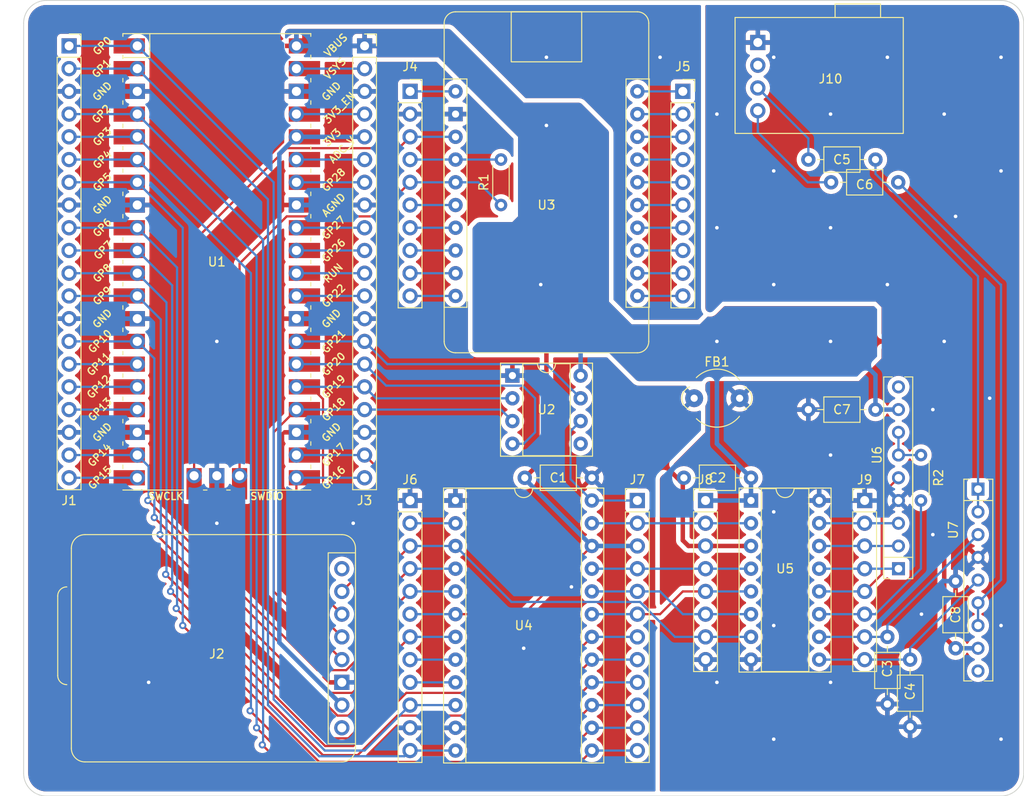
<source format=kicad_pcb>
(kicad_pcb (version 20221018) (generator pcbnew)
  (layers (0 "F.Cu" signal) (31 "B.Cu" signal) (34 "B.Paste" user) (35 "F.Paste" user) (36 "B.SilkS" user "B.Silkscreen") (37 "F.SilkS" user "F.Silkscreen") (38 "B.Mask" user) (39 "F.Mask" user) (44 "Edge.Cuts" user))
  (net 0 "")
  (net 1 "GNDD")
  (net 2 "YM ~{RD}")
  (net 3 "/YM_Output/CH-2")
  (net 4 "GNDA")
  (net 5 "/YM_Output/CH-1")
  (net 6 "/YM_Output/OUT-R")
  (net 7 "/YM_Output/OUT-L")
  (net 8 "D0")
  (net 9 "D1")
  (net 10 "D2")
  (net 11 "D3")
  (net 12 "D4")
  (net 13 "D5")
  (net 14 "D6")
  (net 15 "D7")
  (net 16 "YM ~{CS}")
  (net 17 "YM ~{WR}")
  (net 18 "YM A0")
  (net 19 "Net-(J1-Pad15)")
  (net 20 "Net-(J1-Pad16)")
  (net 21 "Net-(J1-Pad17)")
  (net 22 "~{ICL}")
  (net 23 "/LTC OE")
  (net 25 "/SD ~{CS}")
  (net 26 "/SPI0 MOSI")
  (net 27 "/SPI0 MISO")
  (net 28 "/SPI0 SCK")
  (net 29 "+3V3")
  (net 31 "Net-(J3-Pad2)")
  (net 32 "Net-(J3-Pad4)")
  (net 33 "Net-(J3-Pad6)")
  (net 34 "Net-(J3-Pad7)")
  (net 35 "Net-(J3-Pad9)")
  (net 36 "Net-(J3-Pad10)")
  (net 37 "Net-(J3-Pad11)")
  (net 38 "Net-(J3-Pad12)")
  (net 39 "/LTC ~{CS}")
  (net 40 "Net-(J4-Pad1)")
  (net 41 "/SWCLK")
  (net 42 "Net-(J4-Pad4)")
  (net 43 "/SWDIO")
  (net 44 "Net-(J4-Pad6)")
  (net 45 "Net-(J4-Pad7)")
  (net 46 "Net-(J4-Pad8)")
  (net 47 "Net-(J4-Pad9)")
  (net 48 "Net-(J4-Pad10)")
  (net 49 "Net-(J5-Pad1)")
  (net 50 "Net-(J5-Pad2)")
  (net 51 "Net-(J5-Pad3)")
  (net 52 "Net-(J5-Pad4)")
  (net 53 "Net-(J5-Pad5)")
  (net 54 "Net-(J5-Pad6)")
  (net 55 "Net-(J5-Pad7)")
  (net 56 "Net-(J5-Pad8)")
  (net 57 "Net-(J5-Pad9)")
  (net 58 "Net-(J5-Pad10)")
  (net 59 "/YM_Output/~{IRQ}")
  (net 60 "/YM_Output/CT1")
  (net 61 "/YM_Output/CT2")
  (net 62 "2151CLK")
  (net 63 "/YM_Output/3012CLK")
  (net 64 "/YM_Output/SO")
  (net 65 "/YM_Output/SH1")
  (net 66 "/YM_Output/SH2")
  (net 67 "/YM_Output/R_{B}")
  (net 68 "/YM_Output/BC")
  (net 69 "/YM_Output/MP")
  (net 70 "/YM_Output/ToBUFF")
  (net 71 "/YM_Output/COM")
  (net 73 "Net-(R2-Pad2)")
  (net 75 "/YM_Output/R-OUT_{AMP}")
  (net 76 "/YM_Output/L-OUT_{AMP}")
  (net 77 "Net-(J1-Pad20)")
  (footprint "Package_SIP:SIP-9_22.3x3mm_P2.54mm" (layer "F.Cu") (at 206.98 92.71 -90)
    (fp_text reference "U7")
    (fp_text value "NJM4556A")
  )
  (footprint "Connector_PinHeader_2.54mm:PinHeader_1x08_P2.54mm_Vertical" (layer "F.Cu") (at 194.31 93.98)
    (fp_text reference "J9")
    (fp_text value "Conn_01x08_Female")
  )
  (footprint "Package_DIP:DIP-24_W15.24mm_Socket" (layer "F.Cu") (at 148.585 93.98)
    (fp_text reference "U4")
    (fp_text value "YM2151")
  )
  (footprint "Capacitor_THT:C_Axial_L3.8mm_D2.6mm_P7.50mm_Horizontal" (layer "F.Cu") (at 181.61 91.44 180)
    (fp_text reference "C2")
    (fp_text value "100nF")
  )
  (footprint "Ferrite_THT:LairdTech_28C0236-0JW-10" (layer "F.Cu") (at 175.26 82.55)
    (fp_text reference "FB1")
    (fp_text value "220Ω at 100MHz")
  )
  (footprint "Connector_PinHeader_2.54mm:PinHeader_1x12_P2.54mm_Vertical" (layer "F.Cu") (at 168.91 93.98)
    (fp_text reference "J7")
    (fp_text value "Conn_01x12_Female")
  )
  (footprint "Resistor_THT:R_Axial_DIN0204_L3.6mm_D1.6mm_P5.08mm_Horizontal" (layer "F.Cu") (at 200.6 93.98 90)
    (fp_text reference "R2")
    (fp_text value "100")
  )
  (footprint "YM Libraries:AudioJack4" (layer "F.Cu") (at 182.372 42.799)
    (fp_text reference "J10")
    (fp_text value "AudioJack4")
  )
  (footprint "Resistor_THT:R_Axial_DIN0204_L3.6mm_D1.6mm_P5.08mm_Horizontal" (layer "F.Cu") (at 153.67 60.96 90)
    (fp_text reference "R1")
    (fp_text value "1k")
  )
  (footprint "YM Libraries:Adafruit_FT232H_Breakout" (layer "F.Cu") (at 148.595 48.26)
    (fp_text reference "U3")
    (fp_text value "FT232H_Breakout")
  )
  (footprint "Package_DIP:DIP-8_W7.62mm_Socket" (layer "F.Cu") (at 154.95 80.02)
    (fp_text reference "U2")
    (fp_text value "LTC6903")
  )
  (footprint "MCU_RaspberryPi_and_Boards:RPi_Pico_SMD_TH" (layer "F.Cu") (at 121.92 67.31)
    (fp_text reference "U1")
    (fp_text value "Pico")
  )
  (footprint "Connector_PinSocket_2.54mm:PinSocket_1x10_P2.54mm_Vertical" (layer "F.Cu") (at 143.515 48.26)
    (fp_text reference "J4")
    (fp_text value "Conn_01x10_Female")
  )
  (footprint "Package_SIP:SIP-9_22.3x3mm_P2.54mm" (layer "F.Cu") (at 198.09 101.6 90)
    (fp_text reference "U6")
    (fp_text value "NJM4556A")
  )
  (footprint "Capacitor_THT:C_Axial_L3.8mm_D2.6mm_P7.50mm_Horizontal" (layer "F.Cu") (at 196.85 109.22 -90)
    (fp_text reference "C3")
    (fp_text value "3300pF")
  )
  (footprint "Connector_PinSocket_2.54mm:PinSocket_1x20_P2.54mm_Vertical" (layer "F.Cu") (at 138.43 43.18)
    (fp_text reference "J3")
    (fp_text value "Conn_01x20_Female")
  )
  (footprint "Capacitor_THT:C_Axial_L3.8mm_D2.6mm_P7.50mm_Horizontal" (layer "F.Cu") (at 204.47 110.49 90)
    (fp_text reference "C8")
    (fp_text value "100nF")
  )
  (footprint "Capacitor_THT:C_Axial_L3.8mm_D2.6mm_P7.50mm_Horizontal" (layer "F.Cu") (at 163.83 91.44 180)
    (fp_text reference "C1")
    (fp_text value "100nF")
  )
  (footprint "Package_DIP:DIP-16_W7.62mm_Socket" (layer "F.Cu") (at 181.61 93.98)
    (fp_text reference "U5")
    (fp_text value "YM3012")
  )
  (footprint "Capacitor_THT:C_Axial_L3.8mm_D2.6mm_P7.50mm_Horizontal" (layer "F.Cu") (at 198.06 58.42 180)
    (fp_text reference "C6")
    (fp_text value "C")
  )
  (footprint "Capacitor_THT:C_Axial_L3.8mm_D2.6mm_P7.50mm_Horizontal" (layer "F.Cu") (at 195.52 83.82 180)
    (fp_text reference "C7")
    (fp_text value "100nF")
  )
  (footprint "Connector_PinSocket_2.54mm:PinSocket_1x10_P2.54mm_Vertical" (layer "F.Cu") (at 173.995 48.26)
    (fp_text reference "J5")
    (fp_text value "Conn_01x10_Female")
  )
  (footprint "Capacitor_THT:C_Axial_L3.8mm_D2.6mm_P7.50mm_Horizontal" (layer "F.Cu") (at 199.39 111.76 -90)
    (fp_text reference "C4")
    (fp_text value "3300pF")
  )
  (footprint "Connector_PinHeader_2.54mm:PinHeader_1x12_P2.54mm_Vertical" (layer "F.Cu") (at 143.51 93.98)
    (fp_text reference "J6")
    (fp_text value "Conn_01x12_Female")
  )
  (footprint "Connector_PinHeader_2.54mm:PinHeader_1x08_P2.54mm_Vertical" (layer "F.Cu") (at 176.53 93.98)
    (fp_text reference "J8")
    (fp_text value "Conn_01x08_Female")
  )
  (footprint "YM Libraries:Adafruit_Micro-SD_Card_Breakout" (layer "F.Cu") (at 135.89 101.6)
    (fp_text reference "J2")
    (fp_text value "Micro_SD_Card_Breakout")
  )
  (footprint "Capacitor_THT:C_Axial_L3.8mm_D2.6mm_P7.50mm_Horizontal" (layer "F.Cu") (at 195.52 55.88 180)
    (fp_text reference "C5")
    (fp_text value "C")
  )
  (footprint "Connector_PinSocket_2.54mm:PinSocket_1x20_P2.54mm_Vertical" (layer "F.Cu") (at 105.41 43.18)
    (fp_text reference "J1")
    (fp_text value "Conn_01x20_Female")
  )
  (gr_arc (start 102.87 127) (mid 101.073949 126.256051) (end 100.33 124.46) (stroke (width 0.1)) (layer "Edge.Cuts"))
  (gr_line (start 212.09 40.64) (end 212.09 124.46) (stroke (width 0.1)) (layer "Edge.Cuts"))
  (gr_line (start 102.87 38.1) (end 209.55 38.1) (stroke (width 0.1)) (layer "Edge.Cuts"))
  (gr_arc (start 212.09 124.46) (mid 211.346051 126.256051) (end 209.55 127) (stroke (width 0.1)) (layer "Edge.Cuts"))
  (gr_arc (start 100.33 40.64) (mid 101.073949 38.843949) (end 102.87 38.1) (stroke (width 0.1)) (layer "Edge.Cuts"))
  (gr_arc (start 209.55 38.1) (mid 211.346051 38.843949) (end 212.09 40.64) (stroke (width 0.1)) (layer "Edge.Cuts"))
  (gr_line (start 209.55 127) (end 102.87 127) (stroke (width 0.1)) (layer "Edge.Cuts"))
  (gr_line (start 100.33 124.46) (end 100.33 40.64) (stroke (width 0.1)) (layer "Edge.Cuts"))
  (segment (start 172.085 90.17) (end 173.99 92.075) (width 0.5) (layer "F.Cu") (net 1))
  (segment (start 174.625 99.06) (end 176.53 99.06) (width 0.5) (layer "F.Cu") (net 1))
  (segment (start 176.53 99.06) (end 181.61 99.06) (width 0.5) (layer "F.Cu") (net 1))
  (segment (start 165.1 90.17) (end 172.085 90.17) (width 0.5) (layer "F.Cu") (net 1))
  (segment (start 173.99 98.425) (end 174.625 99.06) (width 0.5) (layer "F.Cu") (net 1))
  (segment (start 173.99 92.075) (end 173.99 98.425) (width 0.5) (layer "F.Cu") (net 1))
  (segment (start 163.83 91.44) (end 165.1 90.17) (width 0.5) (layer "F.Cu") (net 1))
  (via (at 121.92 96.52) (size 0.8) (drill 0.4) (layers "F.Cu" "B.Cu") (net 1))
  (via (at 137.16 96.52) (size 0.8) (drill 0.4) (layers "F.Cu" "B.Cu") (net 1))
  (via (at 161.544 103.632) (size 0.8) (drill 0.4) (layers "F.Cu" "B.Cu") (net 1))
  (via (at 158.75 44.45) (size 0.8) (drill 0.4) (layers "F.Cu" "B.Cu") (net 1))
  (via (at 156.21 110.49) (size 0.8) (drill 0.4) (layers "F.Cu" "B.Cu") (net 1))
  (via (at 121.92 76.2) (size 0.8) (drill 0.4) (layers "F.Cu" "B.Cu") (net 1))
  (via (at 114.3 114.3) (size 0.8) (drill 0.4) (layers "F.Cu" "B.Cu") (net 1))
  (via (at 171.45 44.45) (size 0.8) (drill 0.4) (layers "F.Cu" "B.Cu") (net 1))
  (segment (start 113.03 73.66) (end 105.41 73.66) (width 0.5) (layer "B.Cu") (net 1))
  (segment (start 113.03 48.26) (end 105.41 48.26) (width 0.5) (layer "B.Cu") (net 1))
  (segment (start 148.585 93.98) (end 143.51 93.98) (width 0.5) (layer "B.Cu") (net 1))
  (segment (start 113.03 60.96) (end 105.41 60.96) (width 0.5) (layer "B.Cu") (net 1))
  (segment (start 130.81 86.36) (end 138.43 86.36) (width 0.5) (layer "B.Cu") (net 1))
  (segment (start 143.515 50.8) (end 148.595 50.8) (width 0.5) (layer "B.Cu") (net 1))
  (segment (start 130.81 60.96) (end 138.43 60.96) (width 0.5) (layer "B.Cu") (net 1))
  (segment (start 138.43 73.66) (end 130.81 73.66) (width 0.5) (layer "B.Cu") (net 1))
  (segment (start 138.43 48.26) (end 130.81 48.26) (width 0.5) (layer "B.Cu") (net 1))
  (segment (start 113.03 86.36) (end 105.41 86.36) (width 0.5) (layer "B.Cu") (net 1))
  (segment (start 148.585 119.38) (end 143.51 119.38) (width 0.5) (layer "B.Cu") (net 1))
  (segment (start 203.2 81.28) (end 201.93 80.01) (width 0.5) (layer "F.Cu") (net 2))
  (segment (start 198.12 76.2) (end 195.58 76.2) (width 0.5) (layer "F.Cu") (net 2))
  (segment (start 158.75 89.02) (end 158.75 88.265) (width 0.5) (layer "F.Cu") (net 2))
  (segment (start 203.2 95.25) (end 203.2 81.28) (width 0.5) (layer "F.Cu") (net 2))
  (segment (start 148.585 106.68) (end 156.205 106.68) (width 0.25) (layer "F.Cu") (net 2))
  (segment (start 201.93 80.01) (end 198.12 76.2) (width 0.5) (layer "F.Cu") (net 2))
  (segment (start 204.47 110.49) (end 203.2 109.22) (width 0.5) (layer "F.Cu") (net 2))
  (segment (start 156.33 91.44) (end 158.75 89.02) (width 0.5) (layer "F.Cu") (net 2))
  (segment (start 203.2 109.22) (end 203.2 95.25) (width 0.5) (layer "F.Cu") (net 2))
  (segment (start 158.75 88.265) (end 158.75 75.565) (width 0.5) (layer "F.Cu") (net 2))
  (segment (start 156.205 106.68) (end 163.825 99.06) (width 0.25) (layer "F.Cu") (net 2))
  (via (at 190.5 76.2) (size 0.8) (drill 0.4) (layers "F.Cu" "B.Cu") (net 2))
  (via (at 177.8 76.2) (size 0.8) (drill 0.4) (layers "F.Cu" "B.Cu") (net 2))
  (via (at 158.75 52.07) (size 0.8) (drill 0.4) (layers "F.Cu" "B.Cu") (net 2))
  (via (at 158.115 69.85) (size 0.8) (drill 0.4) (layers "F.Cu" "B.Cu") (net 2))
  (segment (start 204.47 110.49) (end 206.98 110.49) (width 0.5) (layer "B.Cu") (net 2))
  (segment (start 143.51 106.68) (end 148.585 106.68) (width 0.25) (layer "B.Cu") (net 2))
  (segment (start 162.57 80.02) (end 162.57 76.21) (width 0.5) (layer "B.Cu") (net 2))
  (segment (start 177.8 81.28) (end 177.8 80.01) (width 0.5) (layer "B.Cu") (net 2))
  (segment (start 168.91 99.06) (end 163.825 99.06) (width 0.5) (layer "B.Cu") (net 2))
  (segment (start 177.8 87.63) (end 177.8 81.28) (width 0.5) (layer "B.Cu") (net 2))
  (segment (start 181.61 93.98) (end 181.61 91.44) (width 0.5) (layer "B.Cu") (net 2))
  (segment (start 156.33 91.565) (end 156.33 91.44) (width 0.5) (layer "B.Cu") (net 2))
  (segment (start 130.81 43.18) (end 138.43 43.18) (width 0.5) (layer "B.Cu") (net 2))
  (segment (start 176.53 93.98) (end 181.61 93.98) (width 0.5) (layer "B.Cu") (net 2))
  (segment (start 195.52 83.82) (end 195.52 79.95) (width 0.5) (layer "B.Cu") (net 2))
  (segment (start 163.825 99.06) (end 156.33 91.565) (width 0.5) (layer "B.Cu") (net 2))
  (segment (start 195.52 83.82) (end 198.09 83.82) (width 0.5) (layer "B.Cu") (net 2))
  (segment (start 195.52 79.95) (end 194.31 78.74) (width 0.5) (layer "B.Cu") (net 2))
  (segment (start 181.61 91.44) (end 177.8 87.63) (width 0.5) (layer "B.Cu") (net 2))
  (segment (start 162.57 76.21) (end 162.56 76.2) (width 0.5) (layer "B.Cu") (net 2))
  (segment (start 194.31 109.22) (end 196.85 109.22) (width 0.25) (layer "B.Cu") (net 3))
  (segment (start 189.23 109.22) (end 194.31 109.22) (width 0.25) (layer "B.Cu") (net 3))
  (segment (start 196.85 109.22) (end 196.85 107.92) (width 0.25) (layer "B.Cu") (net 3))
  (segment (start 196.85 107.92) (end 206.98 97.79) (width 0.25) (layer "B.Cu") (net 3))
  (via (at 177.8 50.8) (size 0.8) (drill 0.4) (layers "F.Cu" "B.Cu") (net 4))
  (via (at 201.93 83.82) (size 0.8) (drill 0.4) (layers "F.Cu" "B.Cu") (net 4))
  (via (at 196.85 69.85) (size 0.8) (drill 0.4) (layers "F.Cu" "B.Cu") (net 4))
  (via (at 203.2 50.8) (size 0.8) (drill 0.4) (layers "F.Cu" "B.Cu") (net 4))
  (via (at 190.5 114.3) (size 0.8) (drill 0.4) (layers "F.Cu" "B.Cu") (net 4))
  (via (at 196.85 44.45) (size 0.8) (drill 0.4) (layers "F.Cu" "B.Cu") (net 4))
  (via (at 184.15 120.65) (size 0.8) (drill 0.4) (layers "F.Cu" "B.Cu") (net 4))
  (via (at 204.47 62.23) (size 0.8) (drill 0.4) (layers "F.Cu" "B.Cu") (net 4))
  (via (at 184.15 95.25) (size 0.8) (drill 0.4) (layers "F.Cu" "B.Cu") (net 4))
  (via (at 184.15 57.15) (size 0.8) (drill 0.4) (layers "F.Cu" "B.Cu") (net 4))
  (via (at 184.15 107.95) (size 0.8) (drill 0.4) (layers "F.Cu" "B.Cu") (net 4))
  (via (at 201.93 97.79) (size 0.8) (drill 0.4) (layers "F.Cu" "B.Cu") (net 4))
  (via (at 190.5 88.9) (size 0.8) (drill 0.4) (layers "F.Cu" "B.Cu") (net 4))
  (via (at 184.15 44.45) (size 0.8) (drill 0.4) (layers "F.Cu" "B.Cu") (net 4))
  (via (at 177.8 114.3) (size 0.8) (drill 0.4) (layers "F.Cu" "B.Cu") (net 4))
  (via (at 209.55 44.45) (size 0.8) (drill 0.4) (layers "F.Cu" "B.Cu") (net 4))
  (via (at 203.2 76.2) (size 0.8) (drill 0.4) (layers "F.Cu" "B.Cu") (net 4))
  (via (at 209.55 57.15) (size 0.8) (drill 0.4) (layers "F.Cu" "B.Cu") (net 4))
  (via (at 190.5 50.8) (size 0.8) (drill 0.4) (layers "F.Cu" "B.Cu") (net 4))
  (via (at 209.55 120.65) (size 0.8) (drill 0.4) (layers "F.Cu" "B.Cu") (net 4))
  (via (at 177.8 63.5) (size 0.8) (drill 0.4) (layers "F.Cu" "B.Cu") (net 4))
  (via (at 200.66 106.68) (size 0.8) (drill 0.4) (layers "F.Cu" "B.Cu") (net 4))
  (via (at 209.55 107.95) (size 0.8) (drill 0.4) (layers "F.Cu" "B.Cu") (net 4))
  (via (at 208.28 82.55) (size 0.8) (drill 0.4) (layers "F.Cu" "B.Cu") (net 4))
  (via (at 190.5 63.5) (size 0.8) (drill 0.4) (layers "F.Cu" "B.Cu") (net 4))
  (via (at 184.15 69.85) (size 0.8) (drill 0.4) (layers "F.Cu" "B.Cu") (net 4))
  (segment (start 176.53 111.76) (end 181.61 111.76) (width 0.5) (layer "B.Cu") (net 4))
  (segment (start 189.23 111.76) (end 194.31 111.76) (width 0.25) (layer "B.Cu") (net 5))
  (segment (start 194.31 111.76) (end 199.39 111.76) (width 0.25) (layer "B.Cu") (net 5))
  (segment (start 199.39 110.46) (end 206.98 102.87) (width 0.25) (layer "B.Cu") (net 5))
  (segment (start 199.39 111.76) (end 199.39 110.46) (width 0.25) (layer "B.Cu") (net 5))
  (segment (start 188.02 55.88) (end 188.02 53.527) (width 0.25) (layer "B.Cu") (net 6))
  (segment (start 188.02 53.527) (end 182.372 47.879) (width 0.25) (layer "B.Cu") (net 6))
  (segment (start 190.56 58.42) (end 187.96 58.42) (width 0.25) (layer "B.Cu") (net 7))
  (segment (start 182.372 52.832) (end 182.372 50.419) (width 0.25) (layer "B.Cu") (net 7))
  (segment (start 187.96 58.42) (end 182.372 52.832) (width 0.25) (layer "B.Cu") (net 7))
  (segment (start 128.27 58.42) (end 128.27 95.25) (width 0.25) (layer "B.Cu") (net 8))
  (segment (start 138.43 121.92) (end 137.795 121.92) (width 0.25) (layer "B.Cu") (net 8))
  (segment (start 143.51 116.84) (end 138.43 121.92) (width 0.25) (layer "B.Cu") (net 8))
  (segment (start 137.795 121.92) (end 133.985 121.92) (width 0.25) (layer "B.Cu") (net 8))
  (segment (start 105.41 43.18) (end 113.03 43.18) (width 0.25) (layer "B.Cu") (net 8))
  (segment (start 128.27 116.205) (end 133.985 121.92) (width 0.25) (layer "B.Cu") (net 8))
  (segment (start 143.51 116.84) (end 148.585 116.84) (width 0.25) (layer "B.Cu") (net 8))
  (segment (start 128.27 95.25) (end 128.27 116.205) (width 0.25) (layer "B.Cu") (net 8))
  (segment (start 113.03 43.18) (end 128.27 58.42) (width 0.25) (layer "B.Cu") (net 8))
  (segment (start 142.875 122.555) (end 143.51 121.92) (width 0.25) (layer "B.Cu") (net 9))
  (segment (start 148.585 121.92) (end 143.51 121.92) (width 0.25) (layer "B.Cu") (net 9))
  (segment (start 133.35 122.555) (end 142.875 122.555) (width 0.25) (layer "B.Cu") (net 9))
  (segment (start 113.03 45.72) (end 127.635 60.325) (width 0.25) (layer "B.Cu") (net 9))
  (segment (start 127.635 116.84) (end 133.35 122.555) (width 0.25) (layer "B.Cu") (net 9))
  (segment (start 113.03 45.72) (end 105.41 45.72) (width 0.25) (layer "B.Cu") (net 9))
  (segment (start 127.635 60.325) (end 127.635 116.84) (width 0.25) (layer "B.Cu") (net 9))
  (segment (start 160.65 125.095) (end 130.81 125.095) (width 0.25) (layer "F.Cu") (net 10))
  (segment (start 163.825 121.92) (end 160.65 125.095) (width 0.25) (layer "F.Cu") (net 10))
  (segment (start 130.81 125.095) (end 127 121.285) (width 0.25) (layer "F.Cu") (net 10))
  (via (at 127 121.285) (size 0.8) (drill 0.4) (layers "F.Cu" "B.Cu") (net 10))
  (segment (start 113.03 50.8) (end 127.0895 64.8595) (width 0.25) (layer "B.Cu") (net 10))
  (segment (start 127.0895 64.8595) (end 127.0895 121.1955) (width 0.25) (layer "B.Cu") (net 10))
  (segment (start 113.03 50.8) (end 105.41 50.8) (width 0.25) (layer "B.Cu") (net 10))
  (segment (start 127.0895 121.1955) (end 127 121.285) (width 0.25) (layer "B.Cu") (net 10))
  (segment (start 168.91 121.92) (end 163.825 121.92) (width 0.25) (layer "B.Cu") (net 10))
  (segment (start 163.825 119.38) (end 158.745 124.46) (width 0.25) (layer "F.Cu") (net 11))
  (segment (start 158.745 124.46) (end 131.445 124.46) (width 0.25) (layer "F.Cu") (net 11))
  (segment (start 131.445 124.46) (end 126.365 119.38) (width 0.25) (layer "F.Cu") (net 11))
  (via (at 126.365 119.38) (size 0.8) (drill 0.4) (layers "F.Cu" "B.Cu") (net 11))
  (segment (start 126.365 66.675) (end 126.365 119.38) (width 0.25) (layer "B.Cu") (net 11))
  (segment (start 113.03 53.34) (end 126.365 66.675) (width 0.25) (layer "B.Cu") (net 11))
  (segment (start 163.825 119.38) (end 168.91 119.38) (width 0.25) (layer "B.Cu") (net 11))
  (segment (start 105.41 53.34) (end 113.03 53.34) (width 0.25) (layer "B.Cu") (net 11))
  (segment (start 163.825 116.84) (end 156.84 123.825) (width 0.25) (layer "F.Cu") (net 12))
  (segment (start 156.84 123.825) (end 131.9905 123.825) (width 0.25) (layer "F.Cu") (net 12))
  (segment (start 131.9905 123.825) (end 125.6405 117.475) (width 0.25) (layer "F.Cu") (net 12))
  (via (at 125.6405 117.475) (size 0.8) (drill 0.4) (layers "F.Cu" "B.Cu") (net 12))
  (segment (start 168.91 116.84) (end 163.825 116.84) (width 0.25) (layer "B.Cu") (net 12))
  (segment (start 113.03 55.88) (end 125.73 68.58) (width 0.25) (layer "B.Cu") (net 12))
  (segment (start 125.73 117.3855) (end 125.6405 117.475) (width 0.25) (layer "B.Cu") (net 12))
  (segment (start 113.03 55.88) (end 105.41 55.88) (width 0.25) (layer "B.Cu") (net 12))
  (segment (start 125.73 68.58) (end 125.73 117.3855) (width 0.25) (layer "B.Cu") (net 12))
  (segment (start 154.935 123.19) (end 133.35 123.19) (width 0.25) (layer "F.Cu") (net 13))
  (segment (start 163.825 114.3) (end 154.935 123.19) (width 0.25) (layer "F.Cu") (net 13))
  (segment (start 133.35 123.19) (end 118.11 107.95) (width 0.25) (layer "F.Cu") (net 13))
  (via (at 118.11 107.95) (size 0.8) (drill 0.4) (layers "F.Cu" "B.Cu") (net 13))
  (segment (start 113.03 58.42) (end 118.11 63.5) (width 0.25) (layer "B.Cu") (net 13))
  (segment (start 163.825 114.3) (end 168.91 114.3) (width 0.25) (layer "B.Cu") (net 13))
  (segment (start 118.11 63.5) (end 118.11 107.95) (width 0.25) (layer "B.Cu") (net 13))
  (segment (start 105.41 58.42) (end 113.03 58.42) (width 0.25) (layer "B.Cu") (net 13))
  (segment (start 142.081 118.015) (end 137.668 122.428) (width 0.25) (layer "F.Cu") (net 14))
  (segment (start 157.57 118.015) (end 142.081 118.015) (width 0.25) (layer "F.Cu") (net 14))
  (segment (start 133.7685 122.428) (end 117.3855 106.045) (width 0.25) (layer "F.Cu") (net 14))
  (segment (start 137.668 122.428) (end 133.7685 122.428) (width 0.25) (layer "F.Cu") (net 14))
  (segment (start 163.825 111.76) (end 157.57 118.015) (width 0.25) (layer "F.Cu") (net 14))
  (via (at 117.3855 106.045) (size 0.8) (drill 0.4) (layers "F.Cu" "B.Cu") (net 14))
  (segment (start 168.91 111.76) (end 163.825 111.76) (width 0.25) (layer "B.Cu") (net 14))
  (segment (start 105.41 63.5) (end 113.03 63.5) (width 0.25) (layer "B.Cu") (net 14))
  (segment (start 113.03 63.5) (end 117.475 67.945) (width 0.25) (layer "B.Cu") (net 14))
  (segment (start 117.475 105.9555) (end 117.3855 106.045) (width 0.25) (layer "B.Cu") (net 14))
  (segment (start 117.475 67.945) (end 117.475 105.9555) (width 0.25) (layer "B.Cu") (net 14))
  (segment (start 143.097 115.475) (end 137.16 121.412) (width 0.25) (layer "F.Cu") (net 15))
  (segment (start 163.825 109.22) (end 157.57 115.475) (width 0.25) (layer "F.Cu") (net 15))
  (segment (start 157.57 115.475) (end 143.097 115.475) (width 0.25) (layer "F.Cu") (net 15))
  (segment (start 134.0225 121.412) (end 116.7505 104.14) (width 0.25) (layer "F.Cu") (net 15))
  (segment (start 137.16 121.412) (end 134.0225 121.412) (width 0.25) (layer "F.Cu") (net 15))
  (via (at 116.7505 104.14) (size 0.8) (drill 0.4) (layers "F.Cu" "B.Cu") (net 15))
  (segment (start 163.825 109.22) (end 168.91 109.22) (width 0.25) (layer "B.Cu") (net 15))
  (segment (start 116.7505 103.5945) (end 116.7505 104.14) (width 0.25) (layer "B.Cu") (net 15))
  (segment (start 113.03 66.04) (end 105.41 66.04) (width 0.25) (layer "B.Cu") (net 15))
  (segment (start 116.9295 69.9395) (end 116.9295 103.4155) (width 0.25) (layer "B.Cu") (net 15))
  (segment (start 116.9295 103.4155) (end 116.7505 103.5945) (width 0.25) (layer "B.Cu") (net 15))
  (segment (start 113.03 66.04) (end 116.9295 69.9395) (width 0.25) (layer "B.Cu") (net 15))
  (segment (start 139.7 117.475) (end 136.62 120.555) (width 0.25) (layer "F.Cu") (net 16))
  (segment (start 136.62 120.555) (end 134.525 120.555) (width 0.25) (layer "F.Cu") (net 16))
  (segment (start 139.7 113.03) (end 139.7 117.475) (width 0.25) (layer "F.Cu") (net 16))
  (segment (start 134.525 120.555) (end 116.205 102.235) (width 0.25) (layer "F.Cu") (net 16))
  (segment (start 143.51 109.22) (end 139.7 113.03) (width 0.25) (layer "F.Cu") (net 16))
  (via (at 116.205 102.235) (size 0.8) (drill 0.4) (layers "F.Cu" "B.Cu") (net 16))
  (segment (start 116.2945 71.8445) (end 116.2945 102.1455) (width 0.25) (layer "B.Cu") (net 16))
  (segment (start 148.585 109.22) (end 143.51 109.22) (width 0.25) (layer "B.Cu") (net 16))
  (segment (start 105.41 68.58) (end 113.03 68.58) (width 0.25) (layer "B.Cu") (net 16))
  (segment (start 116.2945 102.1455) (end 116.205 102.235) (width 0.25) (layer "B.Cu") (net 16))
  (segment (start 113.03 68.58) (end 116.2945 71.8445) (width 0.25) (layer "B.Cu") (net 16))
  (segment (start 139.065 115.57) (end 136.62 118.015) (width 0.25) (layer "F.Cu") (net 17))
  (segment (start 143.51 104.14) (end 139.065 108.585) (width 0.25) (layer "F.Cu") (net 17))
  (segment (start 115.57 98.181701) (end 115.57 97.79) (width 0.25) (layer "F.Cu") (net 17))
  (segment (start 135.403299 118.015) (end 115.57 98.181701) (width 0.25) (layer "F.Cu") (net 17))
  (segment (start 139.065 108.585) (end 139.065 115.57) (width 0.25) (layer "F.Cu") (net 17))
  (segment (start 136.62 118.015) (end 135.403299 118.015) (width 0.25) (layer "F.Cu") (net 17))
  (via (at 115.57 97.79) (size 0.8) (drill 0.4) (layers "F.Cu" "B.Cu") (net 17))
  (segment (start 115.6595 97.7005) (end 115.57 97.79) (width 0.25) (layer "B.Cu") (net 17))
  (segment (start 113.03 71.12) (end 115.6595 73.7495) (width 0.25) (layer "B.Cu") (net 17))
  (segment (start 115.6595 73.7495) (end 115.6595 97.7005) (width 0.25) (layer "B.Cu") (net 17))
  (segment (start 148.585 104.14) (end 143.51 104.14) (width 0.25) (layer "B.Cu") (net 17))
  (segment (start 113.03 71.12) (end 105.41 71.12) (width 0.25) (layer "B.Cu") (net 17))
  (segment (start 143.51 101.6) (end 138.43 106.68) (width 0.25) (layer "F.Cu") (net 18))
  (segment (start 138.43 106.68) (end 138.43 114.11) (width 0.25) (layer "F.Cu") (net 18))
  (segment (start 134.525 115.475) (end 114.935 95.885) (width 0.25) (layer "F.Cu") (net 18))
  (segment (start 137.065 115.475) (end 134.525 115.475) (width 0.25) (layer "F.Cu") (net 18))
  (segment (start 138.43 114.11) (end 137.065 115.475) (width 0.25) (layer "F.Cu") (net 18))
  (via (at 114.935 95.885) (size 0.8) (drill 0.4) (layers "F.Cu" "B.Cu") (net 18))
  (segment (start 113.03 76.2) (end 114.935 78.105) (width 0.25) (layer "B.Cu") (net 18))
  (segment (start 114.935 78.105) (end 114.935 95.885) (width 0.25) (layer "B.Cu") (net 18))
  (segment (start 143.51 101.6) (end 148.585 101.6) (width 0.25) (layer "B.Cu") (net 18))
  (segment (start 113.03 76.2) (end 105.41 76.2) (width 0.25) (layer "B.Cu") (net 18))
  (segment (start 105.41 78.74) (end 113.03 78.74) (width 0.25) (layer "B.Cu") (net 19))
  (segment (start 113.03 81.28) (end 105.41 81.28) (width 0.25) (layer "B.Cu") (net 20))
  (segment (start 105.41 83.82) (end 113.03 83.82) (width 0.25) (layer "B.Cu") (net 21))
  (segment (start 136.376701 112.935) (end 133.1655 112.935) (width 0.25) (layer "F.Cu") (net 22))
  (segment (start 143.51 99.06) (end 137.795 104.775) (width 0.25) (layer "F.Cu") (net 22))
  (segment (start 137.795 104.775) (end 137.795 111.516701) (width 0.25) (layer "F.Cu") (net 22))
  (segment (start 133.1655 112.935) (end 114.2105 93.98) (width 0.25) (layer "F.Cu") (net 22))
  (segment (start 137.795 111.516701) (end 136.376701 112.935) (width 0.25) (layer "F.Cu") (net 22))
  (via (at 114.2105 93.98) (size 0.8) (drill 0.4) (layers "F.Cu" "B.Cu") (net 22))
  (segment (start 148.585 99.06) (end 143.51 99.06) (width 0.25) (layer "B.Cu") (net 22))
  (segment (start 173.111701 109.22) (end 169.206701 105.315) (width 0.25) (layer "B.Cu") (net 22))
  (segment (start 114.3 90.17) (end 114.3 93.8905) (width 0.25) (layer "B.Cu") (net 22))
  (segment (start 105.41 88.9) (end 113.03 88.9) (width 0.25) (layer "B.Cu") (net 22))
  (segment (start 113.03 88.9) (end 114.3 90.17) (width 0.25) (layer "B.Cu") (net 22))
  (segment (start 169.206701 105.315) (end 154.84 105.315) (width 0.25) (layer "B.Cu") (net 22))
  (segment (start 114.3 93.8905) (end 114.2105 93.98) (width 0.25) (layer "B.Cu") (net 22))
  (segment (start 154.84 105.315) (end 148.585 99.06) (width 0.25) (layer "B.Cu") (net 22))
  (segment (start 176.53 109.22) (end 173.111701 109.22) (width 0.25) (layer "B.Cu") (net 22))
  (segment (start 181.61 109.22) (end 176.53 109.22) (width 0.25) (layer "B.Cu") (net 22))
  (segment (start 138.43 76.2) (end 130.81 76.2) (width 0.25) (layer "B.Cu") (net 23))
  (segment (start 162.57 82.56) (end 158.75 78.74) (width 0.25) (layer "B.Cu") (net 23))
  (segment (start 140.97 78.74) (end 138.43 76.2) (width 0.25) (layer "B.Cu") (net 23))
  (segment (start 158.75 78.74) (end 140.97 78.74) (width 0.25) (layer "B.Cu") (net 23))
  (segment (start 140.97 99.06) (end 140.97 91.44) (width 0.25) (layer "F.Cu") (net 25))
  (segment (start 135.89 104.14) (end 140.97 99.06) (width 0.25) (layer "F.Cu") (net 25))
  (segment (start 140.97 91.44) (end 138.43 88.9) (width 0.25) (layer "F.Cu") (net 25))
  (segment (start 138.43 88.9) (end 130.81 88.9) (width 0.25) (layer "B.Cu") (net 25))
  (segment (start 133.785 104.575) (end 135.89 106.68) (width 0.25) (layer "F.Cu") (net 26))
  (segment (start 132.42 81.28) (end 133.785 82.645) (width 0.25) (layer "F.Cu") (net 26))
  (segment (start 130.81 81.28) (end 132.42 81.28) (width 0.25) (layer "F.Cu") (net 26))
  (segment (start 133.785 82.645) (end 133.785 104.575) (width 0.25) (layer "F.Cu") (net 26))
  (segment (start 130.81 81.28) (end 138.43 81.28) (width 0.25) (layer "B.Cu") (net 26))
  (segment (start 139.71 82.56) (end 138.43 81.28) (width 0.25) (layer "B.Cu") (net 26))
  (segment (start 154.95 82.56) (end 139.71 82.56) (width 0.25) (layer "B.Cu") (net 26))
  (segment (start 130.81 91.44) (end 130.81 104.14) (width 0.25) (layer "F.Cu") (net 27))
  (segment (start 130.81 104.14) (end 135.89 109.22) (width 0.25) (layer "F.Cu") (net 27))
  (segment (start 130.81 91.44) (end 138.43 91.44) (width 0.25) (layer "B.Cu") (net 27))
  (segment (start 128.27 104.14) (end 135.89 111.76) (width 0.25) (layer "F.Cu") (net 28))
  (segment (start 130.81 83.82) (end 128.27 86.36) (width 0.25) (layer "F.Cu") (net 28))
  (segment (start 128.27 86.36) (end 128.27 104.14) (width 0.25) (layer "F.Cu") (net 28))
  (segment (start 138.43 83.82) (end 153.67 83.82) (width 0.25) (layer "B.Cu") (net 28))
  (segment (start 138.43 83.82) (end 130.81 83.82) (width 0.25) (layer "B.Cu") (net 28))
  (segment (start 153.67 83.82) (end 154.95 85.1) (width 0.25) (layer "B.Cu") (net 28))
  (segment (start 135.89 116.84) (end 128.905 109.855) (width 0.5) (layer "B.Cu") (net 29))
  (segment (start 128.905 109.855) (end 128.905 55.245) (width 0.5) (layer "B.Cu") (net 29))
  (segment (start 130.81 53.34) (end 138.43 53.34) (width 0.5) (layer "B.Cu") (net 29))
  (segment (start 128.905 55.245) (end 130.81 53.34) (width 0.5) (layer "B.Cu") (net 29))
  (segment (start 138.43 45.72) (end 130.81 45.72) (width 0.25) (layer "B.Cu") (net 31))
  (segment (start 138.43 50.8) (end 130.81 50.8) (width 0.25) (layer "B.Cu") (net 32))
  (segment (start 138.43 55.88) (end 130.81 55.88) (width 0.25) (layer "B.Cu") (net 33))
  (segment (start 130.81 58.42) (end 138.43 58.42) (width 0.25) (layer "B.Cu") (net 34))
  (segment (start 130.81 63.5) (end 138.43 63.5) (width 0.25) (layer "B.Cu") (net 35))
  (segment (start 138.43 66.04) (end 130.81 66.04) (width 0.25) (layer "B.Cu") (net 36))
  (segment (start 130.81 68.58) (end 138.43 68.58) (width 0.25) (layer "B.Cu") (net 37))
  (segment (start 138.43 71.12) (end 130.81 71.12) (width 0.25) (layer "B.Cu") (net 38))
  (segment (start 140.835 81.145) (end 156.075 81.145) (width 0.25) (layer "B.Cu") (net 39))
  (segment (start 138.43 78.74) (end 140.835 81.145) (width 0.25) (layer "B.Cu") (net 39))
  (segment (start 130.81 78.74) (end 138.43 78.74) (width 0.25) (layer "B.Cu") (net 39))
  (segment (start 157.48 86.36) (end 156.2 87.64) (width 0.25) (layer "B.Cu") (net 39))
  (segment (start 157.48 82.55) (end 157.48 86.36) (width 0.25) (layer "B.Cu") (net 39))
  (segment (start 156.2 87.64) (end 154.95 87.64) (width 0.25) (layer "B.Cu") (net 39))
  (segment (start 156.075 81.145) (end 157.48 82.55) (width 0.25) (layer "B.Cu") (net 39))
  (segment (start 143.515 48.26) (end 148.595 48.26) (width 0.25) (layer "B.Cu") (net 40))
  (segment (start 119.38 64.96) (end 129.73 54.61) (width 0.25) (layer "F.Cu") (net 41))
  (segment (start 142.245 54.61) (end 143.515 53.34) (width 0.25) (layer "F.Cu") (net 41))
  (segment (start 129.73 54.61) (end 142.245 54.61) (width 0.25) (layer "F.Cu") (net 41))
  (segment (start 119.38 91.21) (end 119.38 64.96) (width 0.25) (layer "F.Cu") (net 41))
  (segment (start 143.515 53.34) (end 148.595 53.34) (width 0.25) (layer "B.Cu") (net 41))
  (segment (start 153.67 55.88) (end 148.595 55.88) (width 0.25) (layer "B.Cu") (net 42))
  (segment (start 148.595 55.88) (end 143.515 55.88) (width 0.25) (layer "B.Cu") (net 42))
  (segment (start 124.46 67.5) (end 129.73 62.23) (width 0.25) (layer "F.Cu") (net 43))
  (segment (start 129.73 62.23) (end 139.705 62.23) (width 0.25) (layer "F.Cu") (net 43))
  (segment (start 139.705 62.23) (end 143.515 58.42) (width 0.25) (layer "F.Cu") (net 43))
  (segment (start 124.46 91.21) (end 124.46 67.5) (width 0.25) (layer "F.Cu") (net 43))
  (segment (start 151.13 58.42) (end 148.595 58.42) (width 0.25) (layer "B.Cu") (net 43))
  (segment (start 153.67 60.96) (end 151.13 58.42) (width 0.25) (layer "B.Cu") (net 43))
  (segment (start 143.515 58.42) (end 148.595 58.42) (width 0.25) (layer "B.Cu") (net 43))
  (segment (start 143.515 60.96) (end 148.595 60.96) (width 0.25) (layer "B.Cu") (net 44))
  (segment (start 148.595 63.5) (end 143.515 63.5) (width 0.25) (layer "B.Cu") (net 45))
  (segment (start 143.515 66.04) (end 148.595 66.04) (width 0.25) (layer "B.Cu") (net 46))
  (segment (start 148.595 68.58) (end 143.515 68.58) (width 0.25) (layer "B.Cu") (net 47))
  (segment (start 143.515 71.12) (end 148.595 71.12) (width 0.25) (layer "B.Cu") (net 48))
  (segment (start 173.995 48.26) (end 168.915 48.26) (width 0.25) (layer "B.Cu") (net 49))
  (segment (start 168.915 50.8) (end 173.995 50.8) (width 0.25) (layer "B.Cu") (net 50))
  (segment (start 173.995 53.34) (end 168.915 53.34) (width 0.25) (layer "B.Cu") (net 51))
  (segment (start 168.915 55.88) (end 173.995 55.88) (width 0.25) (layer "B.Cu") (net 52))
  (segment (start 173.995 58.42) (end 168.915 58.42) (width 0.25) (layer "B.Cu") (net 53))
  (segment (start 168.915 60.96) (end 173.995 60.96) (width 0.25) (layer "B.Cu") (net 54))
  (segment (start 173.995 63.5) (end 168.915 63.5) (width 0.25) (layer "B.Cu") (net 55))
  (segment (start 168.915 66.04) (end 173.995 66.04) (width 0.25) (layer "B.Cu") (net 56))
  (segment (start 173.995 68.58) (end 168.915 68.58) (width 0.25) (layer "B.Cu") (net 57))
  (segment (start 168.915 71.12) (end 173.995 71.12) (width 0.25) (layer "B.Cu") (net 58))
  (segment (start 143.51 96.52) (end 148.585 96.52) (width 0.25) (layer "B.Cu") (net 59))
  (segment (start 143.51 111.76) (end 148.585 111.76) (width 0.25) (layer "B.Cu") (net 60))
  (segment (start 148.585 114.3) (end 143.51 114.3) (width 0.25) (layer "B.Cu") (net 61))
  (segment (start 161.445 91.6) (end 163.825 93.98) (width 0.25) (layer "B.Cu") (net 62))
  (segment (start 162.57 85.1) (end 161.445 86.225) (width 0.25) (layer "B.Cu") (net 62))
  (segment (start 163.825 93.98) (end 168.91 93.98) (width 0.25) (layer "B.Cu") (net 62))
  (segment (start 161.445 86.225) (end 161.445 91.6) (width 0.25) (layer "B.Cu") (net 62))
  (segment (start 168.91 96.52) (end 176.53 96.52) (width 0.25) (layer "B.Cu") (net 63))
  (segment (start 181.61 96.52) (end 176.53 96.52) (width 0.25) (layer "B.Cu") (net 63))
  (segment (start 168.91 96.52) (end 163.825 96.52) (width 0.25) (layer "B.Cu") (net 63))
  (segment (start 168.91 101.6) (end 163.825 101.6) (width 0.25) (layer "B.Cu") (net 64))
  (segment (start 168.91 101.6) (end 176.53 101.6) (width 0.25) (layer "B.Cu") (net 64))
  (segment (start 181.61 101.6) (end 176.53 101.6) (width 0.25) (layer "B.Cu") (net 64))
  (segment (start 173.99 106.68) (end 176.53 106.68) (width 0.25) (layer "B.Cu") (net 65))
  (segment (start 168.91 104.14) (end 171.45 104.14) (width 0.25) (layer "B.Cu") (net 65))
  (segment (start 181.61 106.68) (end 176.53 106.68) (width 0.25) (layer "B.Cu") (net 65))
  (segment (start 171.45 104.14) (end 173.99 106.68) (width 0.25) (layer "B.Cu") (net 65))
  (segment (start 163.825 104.14) (end 168.91 104.14) (width 0.25) (layer "B.Cu") (net 65))
  (segment (start 173.99 104.14) (end 176.53 104.14) (width 0.25) (layer "F.Cu") (net 66))
  (segment (start 168.91 106.68) (end 171.45 106.68) (width 0.25) (layer "F.Cu") (net 66))
  (segment (start 171.45 106.68) (end 173.99 104.14) (width 0.25) (layer "F.Cu") (net 66))
  (segment (start 168.91 106.68) (end 163.825 106.68) (width 0.25) (layer "B.Cu") (net 66))
  (segment (start 181.61 104.14) (end 176.53 104.14) (width 0.25) (layer "B.Cu") (net 66))
  (segment (start 189.23 96.52) (end 194.31 96.52) (width 0.25) (layer "B.Cu") (net 67))
  (segment (start 194.31 96.52) (end 198.09 96.52) (width 0.25) (layer "B.Cu") (net 67))
  (segment (start 194.31 99.06) (end 198.09 99.06) (width 0.25) (layer "B.Cu") (net 68))
  (segment (start 189.23 99.06) (end 194.31 99.06) (width 0.25) (layer "B.Cu") (net 68))
  (segment (start 194.31 101.6) (end 198.09 101.6) (width 0.25) (layer "B.Cu") (net 69))
  (segment (start 189.23 101.6) (end 194.31 101.6) (width 0.25) (layer "B.Cu") (net 69))
  (segment (start 198.09 91.44) (end 196.215 93.315) (width 0.25) (layer "F.Cu") (net 70))
  (segment (start 196.215 93.315) (end 196.215 102.235) (width 0.25) (layer "F.Cu") (net 70))
  (segment (start 196.215 102.235) (end 194.31 104.14) (width 0.25) (layer "F.Cu") (net 70))
  (segment (start 189.23 104.14) (end 194.31 104.14) (width 0.25) (layer "B.Cu") (net 70))
  (segment (start 195.512081 106.68) (end 194.31 106.68) (width 0.25) (layer "B.Cu") (net 71))
  (segment (start 200.6 93.98) (end 200.6 101.592081) (width 0.25) (layer "B.Cu") (net 71))
  (segment (start 189.23 106.68) (end 194.31 106.68) (width 0.25) (layer "B.Cu") (net 71))
  (segment (start 200.6 101.592081) (end 195.512081 106.68) (width 0.25) (layer "B.Cu") (net 71))
  (segment (start 198.09 86.36) (end 198.09 88.9) (width 0.25) (layer "B.Cu") (net 73))
  (segment (start 200.6 88.9) (end 198.09 88.9) (width 0.25) (layer "B.Cu") (net 73))
  (segment (start 206.98 92.71) (end 206.98 95.25) (width 0.25) (layer "B.Cu") (net 75))
  (segment (start 206.98 68.930991) (end 206.98 92.71) (width 0.25) (layer "B.Cu") (net 75))
  (segment (start 195.52 55.88) (end 195.52 57.470991) (width 0.25) (layer "B.Cu") (net 75))
  (segment (start 195.52 57.470991) (end 206.98 68.930991) (width 0.25) (layer "B.Cu") (net 75))
  (segment (start 209.55 69.85) (end 209.55 102.84) (width 0.25) (layer "B.Cu") (net 76))
  (segment (start 209.49 69.85) (end 209.55 69.85) (width 0.25) (layer "B.Cu") (net 76))
  (segment (start 209.55 102.84) (end 206.98 105.41) (width 0.25) (layer "B.Cu") (net 76))
  (segment (start 206.98 107.95) (end 206.98 105.41) (width 0.25) (layer "B.Cu") (net 76))
  (segment (start 198.06 58.42) (end 209.49 69.85) (width 0.25) (layer "B.Cu") (net 76))
  (segment (start 113.03 91.44) (end 105.41 91.44) (width 0.25) (layer "B.Cu") (net 77))
  (zone (net 4) (net_name "GNDA") (layer "F.Cu") (name "5V") (priority 2) (connect_pads (clearance 0.508)) (min_thickness 0.254) (fill yes (thermal_gap 0.508) (thermal_bridge_width 0.508) (smoothing fillet) (radius 0.508) (island_removal_mode 2) (island_area_min 16.129))
    (polygon (pts (xy 212.063078 126.990136) (xy 171.423078 126.990136) (xy 171.423078 91.430136) (xy 176.503078 86.350136) (xy 176.503078 80.635136) (xy 193.648078 80.635136) (xy 196.188078 78.095136) (xy 196.188078 72.380136) (xy 195.553078 71.745136) (xy 178.408078 71.745136) (xy 176.503078 73.650136) (xy 176.503078 38.090136) (xy 212.063078 38.090136)))
  )
  (zone (net 1) (net_name "GNDD") (layer "F.Cu") (name "DigiGND") (connect_pads (clearance 0.508)) (min_thickness 0.254) (fill yes (thermal_gap 0.508) (thermal_bridge_width 0.508) (smoothing fillet) (radius 0.508) (island_removal_mode 2) (island_area_min 16.129))
    (polygon (pts (xy 176.53 86.36) (xy 171.45 91.44) (xy 171.45 127) (xy 100.33 127) (xy 100.33 38.1) (xy 176.53 38.1)))
  )
  (zone (net 2) (net_name "YM ~{RD}") (layer "F.Cu") (name "5V") (priority 1) (connect_pads (clearance 0.508)) (min_thickness 0.254) (fill yes (thermal_gap 0.508) (thermal_bridge_width 0.508) (smoothing fillet) (radius 0.508) (island_removal_mode 2) (island_area_min 16.129))
    (polygon (pts (xy 156.21 49.53) (xy 162.56 49.53) (xy 165.735 52.705) (xy 165.735 71.755) (xy 168.275 74.295) (xy 175.895 74.295) (xy 178.435 71.755) (xy 195.58 71.755) (xy 196.215 72.39) (xy 196.215 78.105) (xy 193.675 80.645) (xy 168.91 80.645) (xy 165.735 77.47) (xy 150.495 77.47) (xy 150.495 63.5) (xy 151.13 62.865) (xy 154.94 62.865) (xy 155.575 62.23) (xy 155.575 53.34) (xy 146.685 44.45) (xy 129.54 44.45) (xy 129.54 41.275) (xy 147.955 41.275)))
  )
  (zone (net 1) (net_name "GNDD") (layer "B.Cu") (name "DigiGND") (connect_pads (clearance 0.508)) (min_thickness 0.254) (fill yes (thermal_gap 0.508) (thermal_bridge_width 0.508) (smoothing fillet) (radius 0.508) (island_removal_mode 2) (island_area_min 16.129))
    (polygon (pts (xy 176.53 86.36) (xy 171.45 91.44) (xy 171.45 127) (xy 100.33 127) (xy 100.33 38.1) (xy 176.53 38.1)))
  )
  (zone (net 4) (net_name "GNDA") (layer "B.Cu") (name "5V") (priority 2) (connect_pads (clearance 0.508)) (min_thickness 0.254) (fill yes (thermal_gap 0.508) (thermal_bridge_width 0.508) (smoothing fillet) (radius 0.508) (island_removal_mode 2) (island_area_min 16.129))
    (polygon (pts (xy 212.09 127) (xy 171.45 127) (xy 171.45 91.44) (xy 176.53 86.36) (xy 176.53 80.645) (xy 193.675 80.645) (xy 196.215 78.105) (xy 196.215 72.39) (xy 195.58 71.755) (xy 178.435 71.755) (xy 176.53 73.66) (xy 176.53 38.1) (xy 212.09 38.1)))
  )
  (zone (net 2) (net_name "YM ~{RD}") (layer "B.Cu") (name "5V") (priority 1) (connect_pads (clearance 0.508)) (min_thickness 0.254) (fill yes (thermal_gap 0.508) (thermal_bridge_width 0.508) (smoothing fillet) (radius 0.508) (island_removal_mode 2) (island_area_min 16.129))
    (polygon (pts (xy 156.21 49.53) (xy 162.56 49.53) (xy 165.735 52.705) (xy 165.735 71.755) (xy 168.275 74.295) (xy 175.895 74.295) (xy 178.435 71.755) (xy 195.58 71.755) (xy 196.215 72.39) (xy 196.215 78.105) (xy 193.675 80.645) (xy 168.91 80.645) (xy 165.735 77.47) (xy 150.495 77.47) (xy 150.495 63.5) (xy 151.13 62.865) (xy 154.94 62.865) (xy 155.575 62.23) (xy 155.575 53.34) (xy 146.685 44.45) (xy 129.54 44.45) (xy 129.54 41.275) (xy 147.955 41.275)))
  )
)
</source>
